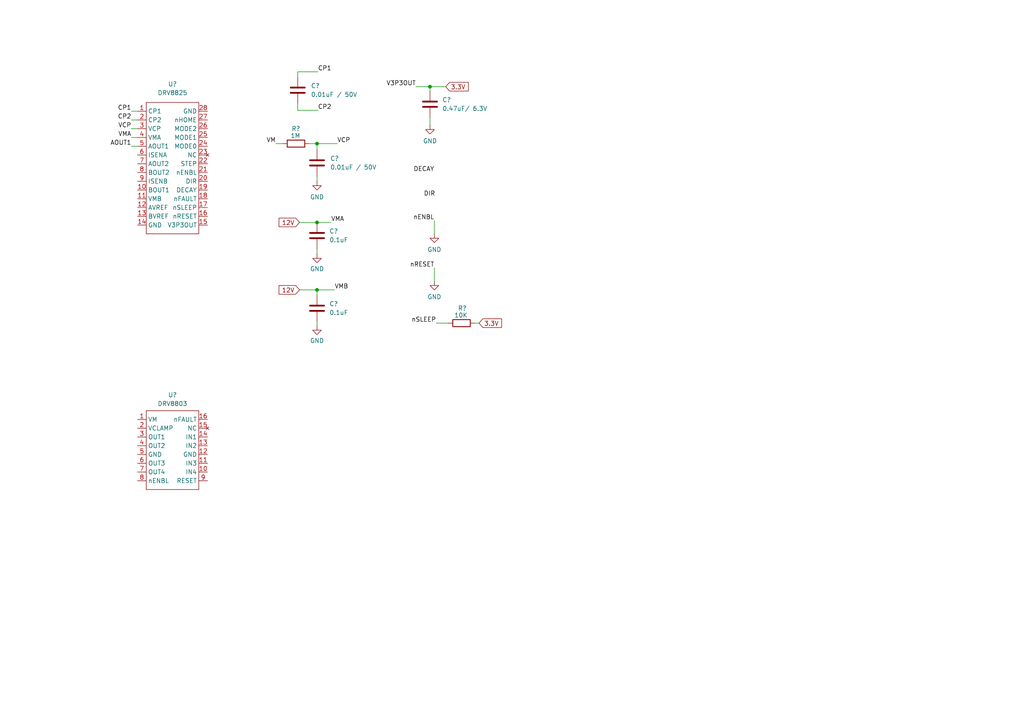
<source format=kicad_sch>
(kicad_sch (version 20211123) (generator eeschema)
  (paper "A4")
  (lib_symbols
    (symbol "DRV8825_1"
      (property "Reference" "U" (at 0 22.86 0))
      (property "Value" "DRV8825_1" (at 0 20.32 0))
      (symbol "DRV8825_1_0_1"
        (rectangle (start -7.62 17.78) (end 7.62 -20.32))
      )
      (symbol "DRV8825_1_1_1"
        (pin bidirectional line (at -10.16 15.24 0) (length 2.54) (name "CP1") (number "1"))
        (pin output line (at -10.16 -7.62 0) (length 2.54) (name "BOUT1") (number "10"))
        (pin bidirectional line (at -10.16 -10.16 0) (length 2.54) (name "VMB") (number "11"))
        (pin input line (at -10.16 -12.7 0) (length 2.54) (name "AVREF") (number "12"))
        (pin input line (at -10.16 -15.24 0) (length 2.54) (name "BVREF") (number "13"))
        (pin bidirectional line (at -10.16 -17.78 0) (length 2.54) (name "GND") (number "14"))
        (pin output line (at 10.16 -17.78 180) (length 2.54) (name "V3P3OUT") (number "15"))
        (pin input line (at 10.16 -15.24 180) (length 2.54) (name "nRESET") (number "16"))
        (pin input line (at 10.16 -12.7 180) (length 2.54) (name "nSLEEP") (number "17"))
        (pin input line (at 10.16 -10.16 180) (length 2.54) (name "nFAULT") (number "18"))
        (pin input line (at 10.16 -7.62 180) (length 2.54) (name "DECAY") (number "19"))
        (pin bidirectional line (at -10.16 12.7 0) (length 2.54) (name "CP2") (number "2"))
        (pin input line (at 10.16 -5.08 180) (length 2.54) (name "DIR") (number "20"))
        (pin input line (at 10.16 -2.54 180) (length 2.54) (name "nENBL") (number "21"))
        (pin bidirectional line (at 10.16 0 180) (length 2.54) (name "STEP") (number "22"))
        (pin no_connect line (at 10.16 2.54 180) (length 2.54) (name "NC") (number "23"))
        (pin input line (at 10.16 5.08 180) (length 2.54) (name "MODE0") (number "24"))
        (pin input line (at 10.16 7.62 180) (length 2.54) (name "MODE1") (number "25"))
        (pin input line (at 10.16 10.16 180) (length 2.54) (name "MODE2") (number "26"))
        (pin free line (at 10.16 12.7 180) (length 2.54) (name "nHOME") (number "27"))
        (pin bidirectional line (at 10.16 15.24 180) (length 2.54) (name "GND") (number "28"))
        (pin bidirectional line (at -10.16 10.16 0) (length 2.54) (name "VCP") (number "3"))
        (pin bidirectional line (at -10.16 7.62 0) (length 2.54) (name "VMA") (number "4"))
        (pin output line (at -10.16 5.08 0) (length 2.54) (name "AOUT1") (number "5"))
        (pin output line (at -10.16 2.54 0) (length 2.54) (name "ISENA") (number "6"))
        (pin output line (at -10.16 0 0) (length 2.54) (name "AOUT2") (number "7"))
        (pin output line (at -10.16 -2.54 0) (length 2.54) (name "BOUT2") (number "8"))
        (pin output line (at -10.16 -5.08 0) (length 2.54) (name "ISENB") (number "9"))
      )
    )
    (symbol "Device:C" (pin_numbers hide) (pin_names (offset 0.254))
      (property "Reference" "C" (at 0.635 2.54 0))
      (property "Value" "C" (at 0.635 -2.54 0))
      (symbol "C_0_1"
        (polyline (pts (xy -2.032 -0.762) (xy 2.032 -0.762)) (stroke (width 0.508)))
        (polyline (pts (xy -2.032 0.762) (xy 2.032 0.762)) (stroke (width 0.508)))
      )
      (symbol "C_1_1"
        (pin passive line (at 0 3.81 270) (length 2.794) (name "~") (number "1"))
        (pin passive line (at 0 -3.81 90) (length 2.794) (name "~") (number "2"))
      )
    )
    (symbol "Device:R" (pin_numbers hide) (pin_names (offset 0))
      (property "Reference" "R" (at 2.032 0 90))
      (property "Value" "R" (at 0 0 90))
      (symbol "R_0_1"
        (rectangle (start -1.016 -2.54) (end 1.016 2.54) (stroke (width 0.254)))
      )
      (symbol "R_1_1"
        (pin passive line (at 0 3.81 270) (length 1.27) (name "~") (number "1"))
        (pin passive line (at 0 -3.81 90) (length 1.27) (name "~") (number "2"))
      )
    )
    (symbol "Motor Driver P2:DRV8803"
      (property "Reference" "U?" (at 0 16.256 0))
      (property "Value" "DRV8803" (at 0 13.716 0))
      (symbol "DRV8803_0_1"
        (rectangle (start -7.62 11.43) (end 7.62 -11.43))
      )
      (symbol "DRV8803_1_1"
        (pin power_in line (at -10.16 8.89 0) (length 2.54) (name "VM") (number "1"))
        (pin input line (at 10.16 -6.35 180) (length 2.54) (name "IN4") (number "10"))
        (pin input line (at 10.16 -3.81 180) (length 2.54) (name "IN3") (number "11"))
        (pin bidirectional line (at 10.16 -1.27 180) (length 2.54) (name "GND") (number "12"))
        (pin input line (at 10.16 1.27 180) (length 2.54) (name "IN2") (number "13"))
        (pin input line (at 10.16 3.81 180) (length 2.54) (name "IN1") (number "14"))
        (pin no_connect line (at 10.16 6.35 180) (length 2.54) (name "NC") (number "15"))
        (pin free line (at 10.16 8.89 180) (length 2.54) (name "nFAULT") (number "16"))
        (pin output line (at -10.16 6.35 0) (length 2.54) (name "VCLAMP") (number "2"))
        (pin output line (at -10.16 3.81 0) (length 2.54) (name "OUT1") (number "3"))
        (pin output line (at -10.16 1.27 0) (length 2.54) (name "OUT2") (number "4"))
        (pin bidirectional line (at -10.16 -1.27 0) (length 2.54) (name "GND") (number "5"))
        (pin output line (at -10.16 -3.81 0) (length 2.54) (name "OUT3") (number "6"))
        (pin output line (at -10.16 -6.35 0) (length 2.54) (name "OUT4") (number "7"))
        (pin input line (at -10.16 -8.89 0) (length 2.54) (name "nENBL") (number "8"))
        (pin input line (at 10.16 -8.89 180) (length 2.54) (name "RESET") (number "9"))
      )
    )
    (symbol "power:GND" (power) (pin_names (offset 0))
      (property "Value" "GND" (at 0 -3.81 0))
      (symbol "GND_0_1"
        (polyline (pts (xy 0 0) (xy 0 -1.27) (xy 1.27 -1.27) (xy 0 -2.54) (xy -1.27 -1.27) (xy 0 -1.27)))
      )
      (symbol "GND_1_1"
        (pin power_in line (at 0 0 270) (length 0) hide (name "GND") (number "1"))
      )
    )
  )
  (junction (at 91.948 41.656))
  (junction (at 124.714 25.146))
  (junction (at 91.948 84.074))
  (junction (at 91.948 64.516))
  (wire (pts (xy 89.662 41.656) (xy 91.948 41.656)))
  (wire (pts (xy 125.984 77.724) (xy 125.984 81.534)))
  (wire (pts (xy 86.36 32.004) (xy 86.36 29.972)))
  (wire (pts (xy 92.202 20.828) (xy 86.36 20.828)))
  (wire (pts (xy 91.948 51.054) (xy 91.948 52.578)))
  (wire (pts (xy 86.36 32.004) (xy 92.202 32.004)))
  (wire (pts (xy 124.714 25.146) (xy 120.65 25.146)))
  (wire (pts (xy 91.948 84.074) (xy 97.028 84.074)))
  (wire (pts (xy 38.1 34.798) (xy 39.878 34.798)))
  (wire (pts (xy 38.1 42.418) (xy 39.878 42.418)))
  (wire (pts (xy 91.948 84.074) (xy 91.948 85.598)))
  (wire (pts (xy 126.492 93.726) (xy 130.048 93.726)))
  (wire (pts (xy 137.668 93.726) (xy 138.938 93.726)))
  (wire (pts (xy 91.948 93.218) (xy 91.948 94.488)))
  (wire (pts (xy 91.948 64.516) (xy 96.012 64.516)))
  (wire (pts (xy 124.714 25.146) (xy 129.286 25.146)))
  (wire (pts (xy 91.948 72.136) (xy 91.948 73.66)))
  (wire (pts (xy 125.984 64.008) (xy 125.984 67.818)))
  (wire (pts (xy 91.948 41.656) (xy 97.79 41.656)))
  (wire (pts (xy 38.1 37.338) (xy 39.878 37.338)))
  (wire (pts (xy 124.714 34.036) (xy 124.714 36.322)))
  (wire (pts (xy 80.01 41.656) (xy 82.042 41.656)))
  (wire (pts (xy 91.948 43.434) (xy 91.948 41.656)))
  (wire (pts (xy 124.714 26.416) (xy 124.714 25.146)))
  (wire (pts (xy 86.36 20.828) (xy 86.36 22.352)))
  (wire (pts (xy 86.868 64.516) (xy 91.948 64.516)))
  (wire (pts (xy 86.868 84.074) (xy 91.948 84.074)))
  (wire (pts (xy 38.1 39.878) (xy 39.878 39.878)))
  (wire (pts (xy 38.1 32.258) (xy 39.878 32.258)))
  (label "VMA" (at 38.1 39.878 180))
  (label "VCP" (at 38.1 37.338 180))
  (label "CP2" (at 38.1 34.798 180))
  (label "AOUT1" (at 38.1 42.418 180))
  (label "CP1" (at 92.202 20.828 0))
  (label "DECAY" (at 125.984 50.038 180))
  (label "CP1" (at 38.1 32.258 180))
  (label "VMA" (at 96.012 64.516 0))
  (label "VMB" (at 97.028 84.074 0))
  (label "CP2" (at 92.202 32.004 0))
  (label "VCP" (at 97.79 41.656 0))
  (label "nENBL" (at 125.984 64.008 180))
  (label "nRESET" (at 125.984 77.724 180))
  (label "V3P3OUT" (at 120.65 25.146 180))
  (label "VM" (at 80.01 41.656 180))
  (label "DIR" (at 126.238 57.15 180))
  (label "nSLEEP" (at 126.492 93.726 180))
  (global_label "12V" (shape input) (at 86.868 64.516 180) (property "Intersheet References" "${INTERSHEET_REFS}" (effects hide)))
  (global_label "12V" (shape input) (at 86.868 84.074 180) (property "Intersheet References" "${INTERSHEET_REFS}" (effects hide)))
  (global_label "3.3V" (shape input) (at 138.938 93.726 0) (property "Intersheet References" "${INTERSHEET_REFS}" (effects hide)))
  (global_label "3.3V" (shape input) (at 129.286 25.146 0) (property "Intersheet References" "${INTERSHEET_REFS}" (effects hide)))
  (symbol (lib_id "Device:R") (at 85.852 41.656 90) (unit 1)
    (property "Reference" "R?" (at 87.122 37.338 90) (effects (justify left)))
    (property "Value" "1M" (at 87.122 39.37 90) (effects (justify left)))
  )
  (symbol (lib_id "Device:C") (at 91.948 68.326 0) (unit 1)
    (property "Reference" "C?" (at 95.504 67.0559 0) (effects (justify left)))
    (property "Value" "0.1uF" (at 95.504 69.5959 0) (effects (justify left)))
  )
  (symbol (lib_id "Device:C") (at 86.36 26.162 0) (unit 1)
    (property "Reference" "C?" (at 90.17 24.8919 0) (effects (justify left)))
    (property "Value" "0.01uF / 50V" (at 90.17 27.4319 0) (effects (justify left)))
  )
  (symbol (lib_id "power:GND") (at 124.714 36.322 0) (unit 1)
    (property "Reference" "#PWR?" (effects hide))
    (property "Value" "GND" (at 124.714 40.894 0))
  )
  (symbol (lib_id "Device:C") (at 124.714 30.226 0) (unit 1)
    (property "Reference" "C?" (at 128.27 28.9559 0) (effects (justify left)))
    (property "Value" "0.47uF/ 6.3V" (at 128.27 31.4959 0) (effects (justify left)))
  )
  (symbol (lib_id "power:GND") (at 125.984 67.818 0) (unit 1)
    (property "Reference" "#PWR?" (effects hide))
    (property "Value" "GND" (at 125.984 72.39 0))
  )
  (symbol (lib_name "DRV8825_1") (lib_id "Motor Driver P2:DRV8825") (at 50.038 47.498 0) (unit 1)
    (property "Reference" "U?" (at 50.038 24.384 0))
    (property "Value" "DRV8825" (at 50.038 26.924 0))
  )
  (symbol (lib_id "power:GND") (at 91.948 73.66 0) (unit 1)
    (property "Reference" "#PWR?" (effects hide))
    (property "Value" "GND" (at 91.948 77.978 0))
  )
  (symbol (lib_id "power:GND") (at 91.948 52.578 0) (unit 1)
    (property "Reference" "#PWR?" (effects hide))
    (property "Value" "GND" (at 91.948 57.15 0))
  )
  (symbol (lib_id "power:GND") (at 91.948 94.488 0) (unit 1)
    (property "Reference" "#PWR?" (effects hide))
    (property "Value" "GND" (at 91.948 98.806 0))
  )
  (symbol (lib_id "Device:R") (at 133.858 93.726 90) (unit 1)
    (property "Reference" "R?" (at 135.382 89.408 90) (effects (justify left)))
    (property "Value" "10K" (at 135.636 91.44 90) (effects (justify left)))
  )
  (symbol (lib_id "power:GND") (at 125.984 81.534 0) (unit 1)
    (property "Reference" "#PWR?" (effects hide))
    (property "Value" "GND" (at 125.984 86.106 0))
  )
  (symbol (lib_id "Device:C") (at 91.948 89.408 0) (unit 1)
    (property "Reference" "C?" (at 95.504 88.1379 0) (effects (justify left)))
    (property "Value" "0.1uF" (at 95.504 90.6779 0) (effects (justify left)))
  )
  (symbol (lib_id "Motor Driver P2:DRV8803") (at 50.038 130.556 0) (unit 1)
    (property "Reference" "U?" (at 50.038 114.554 0))
    (property "Value" "DRV8803" (at 50.038 117.094 0))
  )
  (symbol (lib_id "Device:C") (at 91.948 47.244 0) (unit 1)
    (property "Reference" "C?" (at 95.758 45.9739 0) (effects (justify left)))
    (property "Value" "0.01uF / 50V" (at 95.758 48.5139 0) (effects (justify left)))
  )
)
</source>
